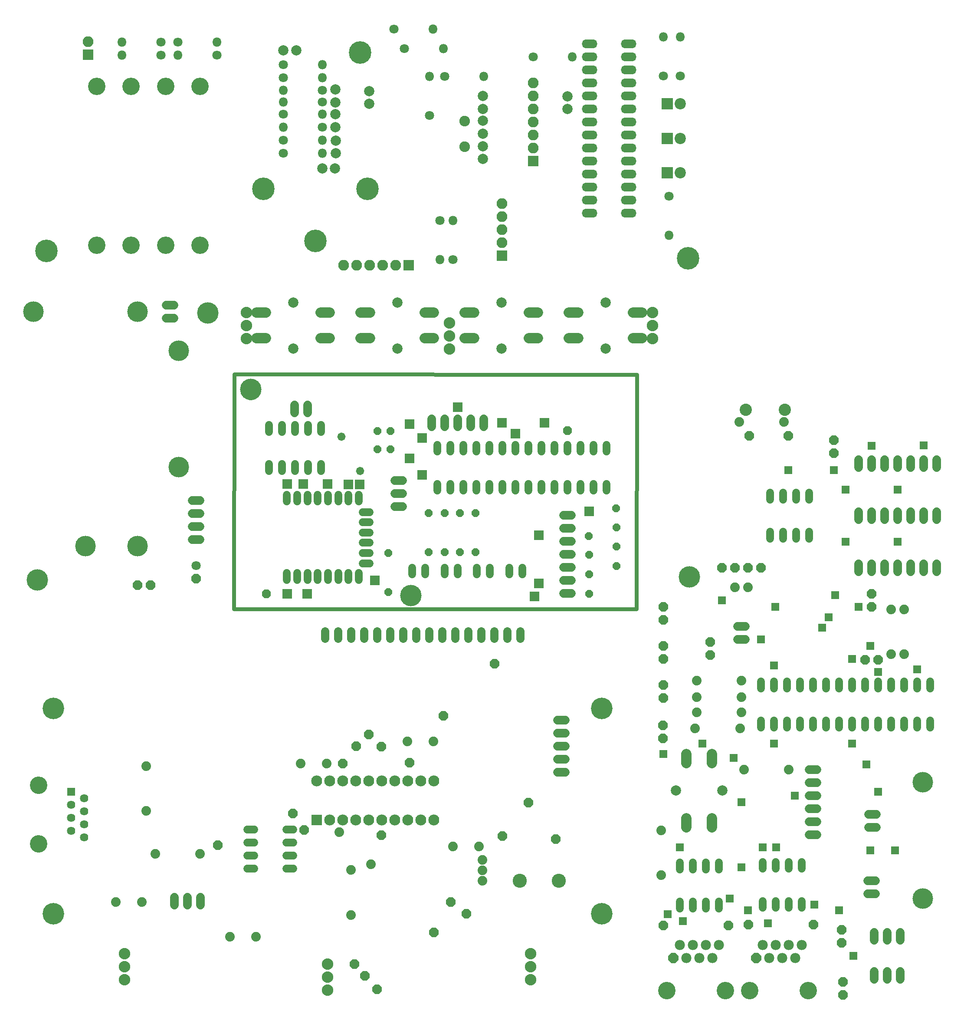
<source format=gts>
%MOIN*%
%OFA0B0*%
%FSLAX46Y46*%
%IPPOS*%
%LPD*%
%AMOC8*
5,1,8,0,0,$1,22.5*%
%AMOC80*
5,1,8,0,0,$1,22.5*%
%AMCOMP1240*
4,1,7,
-0.01532587065323303,0.036999924786210982,
0.01532587065323303,0.036999924786210982,
0.036999924786210982,0.015325870653233032,
0.036999924786210982,-0.015325870653233029,
0.015325870653233034,-0.036999924786210982,
-0.015325870653233025,-0.036999924786210989,
-0.036999924786210975,-0.015325870653233053,
-0.036999924786210982,0.015325870653233039,
0*%
%AMOC81*
5,1,8,0,0,$1,112.5*%
%AMCOMP1310*
4,1,7,
-0.036999924786210982,-0.015325870653233029,
-0.036999924786210982,0.015325870653233032,
-0.01532587065323303,0.036999924786210982,
0.01532587065323303,0.036999924786210982,
0.036999924786210982,0.015325870653233032,
0.036999924786210989,-0.015325870653233029,
0.015325870653233049,-0.036999924786210975,
-0.015325870653233041,-0.036999924786210982,
0*%
%AMCOMP1320*
4,1,7,
-0.038999920720600774,-0.016154296093948327,
-0.038999920720600774,0.016154296093948334,
-0.01615429609394833,0.038999920720600774,
0.01615429609394833,0.038999920720600774,
0.038999920720600774,0.016154296093948334,
0.038999920720600774,-0.016154296093948327,
0.016154296093948351,-0.038999920720600767,
-0.016154296093948344,-0.038999920720600767,
0*%
%AMOC80*
5,1,8,0,0,$1,22.5*%
%AMOC81*
5,1,8,0,0,$1,112.5*%
%AMCOMP1390*
4,1,7,
-0.036999924786210982,-0.015325870653233029,
-0.036999924786210982,0.015325870653233032,
-0.01532587065323303,0.036999924786210982,
0.01532587065323303,0.036999924786210982,
0.036999924786210982,0.015325870653233032,
0.036999924786210989,-0.015325870653233029,
0.015325870653233049,-0.036999924786210975,
-0.015325870653233041,-0.036999924786210982,
0*%
%AMCOMP1400*
4,1,7,
-0.035499927835418645,-0.014704551572696551,
-0.035499927835418645,0.014704551572696557,
-0.014704551572696553,0.035499927835418645,
0.014704551572696553,0.035499927835418645,
0.035499927835418645,0.014704551572696557,
0.035499927835418651,-0.014704551572696551,
0.014704551572696574,-0.035499927835418638,
-0.014704551572696565,-0.035499927835418645,
0*%
%ADD10C,0.0785*%
%ADD11C,0.078869999999999982*%
%ADD12C,0.078999999999999987*%
%ADD13C,0.088*%
%ADD24C,0.16548*%
%ADD25C,0.074*%
%ADD26C,0.06*%
%ADD27C,0.068*%
%ADD28C,0.06737*%
%ADD29C,0.064*%
%ADD30R,0.064X0.064*%
%ADD31C,0.13398*%
%ADD32C,0.088*%
%ADD33R,0.084X0.084*%
%ADD34C,0.084*%
%ADD35C,0.108*%
%ADD36C,0.06343*%
%AMCOMP156*
4,1,7,
-0.01532587065323303,0.036999924786210982,
0.01532587065323303,0.036999924786210982,
0.036999924786210982,0.015325870653233032,
0.036999924786210982,-0.015325870653233029,
0.015325870653233034,-0.036999924786210982,
-0.015325870653233025,-0.036999924786210989,
-0.036999924786210975,-0.015325870653233053,
-0.036999924786210982,0.015325870653233039,
0*%
%ADD37COMP156,0.074*%
%ADD38C,0.16425*%
%AMCOMP157*
4,1,7,
-0.036999924786210982,-0.015325870653233029,
-0.036999924786210982,0.015325870653233032,
-0.01532587065323303,0.036999924786210982,
0.01532587065323303,0.036999924786210982,
0.036999924786210982,0.015325870653233032,
0.036999924786210989,-0.015325870653233029,
0.015325870653233049,-0.036999924786210975,
-0.015325870653233041,-0.036999924786210982,
0*%
%ADD39COMP157,0.074*%
%ADD40C,0.074*%
%ADD41C,0.06*%
%ADD42C,0.0785*%
%ADD43C,0.078869999999999982*%
%ADD44C,0.078999999999999987*%
%ADD45C,0.068*%
%ADD46C,0.078*%
%AMCOMP158*
4,1,7,
-0.038999920720600774,-0.016154296093948327,
-0.038999920720600774,0.016154296093948334,
-0.01615429609394833,0.038999920720600774,
0.01615429609394833,0.038999920720600774,
0.038999920720600774,0.016154296093948334,
0.038999920720600774,-0.016154296093948327,
0.016154296093948351,-0.038999920720600767,
-0.016154296093948344,-0.038999920720600767,
0*%
%ADD47COMP158,0.078*%
%ADD48C,0.13398*%
%ADD49C,0.15799999999999997*%
%ADD50C,0.06737*%
%ADD51C,0.094*%
%ADD52R,0.064X0.064*%
%ADD53C,0.17322834645669294*%
%ADD54C,0.13385826771653545*%
%ADD55C,0.07874015748031496*%
%ADD56R,0.086614173228346469X0.086614173228346469*%
%ADD57C,0.086614173228346469*%
%ADD58R,0.082677165354330714X0.082677165354330714*%
%ADD59O,0.082677165354330714X0.082677165354330714*%
%ADD60C,0.070866141732283464*%
%ADD61O,0.070866141732283464X0.070866141732283464*%
%ADD62O,0.11974803149606299X0.067748031496063*%
%ADD63C,0.081748031496063*%
%ADD64C,0.030000000000000002*%
%ADD65C,0*%
%ADD66C,0.16425*%
%ADD67P,0.064943385826771657X8X292.5*%
%ADD68P,0.064943385826771657X8X202.5*%
%ADD69C,0.060000000000000005*%
%ADD70P,0.064943385826771657X8X247.5*%
%ADD71P,0.064943385826771657X8X112.5*%
%ADD72P,0.064943385826771657X8X22.5*%
%ADD73P,0.064943385826771657X8X141.2*%
%ADD74C,0.067369960629921261*%
%ADD75C,0.067370078740157491*%
%ADD76C,0.068*%
%ADD77P,0.073602519685039378X8X22.5*%
%ADD78R,0.074X0.074*%
%ADD79C,0.16425*%
%AMCOMP159*
4,1,7,
-0.036999924786210982,-0.015325870653233029,
-0.036999924786210982,0.015325870653233032,
-0.01532587065323303,0.036999924786210982,
0.01532587065323303,0.036999924786210982,
0.036999924786210982,0.015325870653233032,
0.036999924786210989,-0.015325870653233029,
0.015325870653233049,-0.036999924786210975,
-0.015325870653233041,-0.036999924786210982,
0*%
%ADD80COMP159,0.074*%
%AMCOMP160*
4,1,7,
-0.035499927835418645,-0.014704551572696551,
-0.035499927835418645,0.014704551572696557,
-0.014704551572696553,0.035499927835418645,
0.014704551572696553,0.035499927835418645,
0.035499927835418645,0.014704551572696557,
0.035499927835418651,-0.014704551572696551,
0.014704551572696574,-0.035499927835418638,
-0.014704551572696565,-0.035499927835418645,
0*%
%ADD81COMP160,0.071*%
%ADD82C,0.071*%
%ADD83C,0.15799999999999997*%
%ADD84C,0.06737*%
G75*
D10*
X0001830950Y0005086620D02*
X0001901450Y0005086620D01*
X0002322950Y0005086620D02*
X0002393450Y0005086620D01*
X0002630930Y0005086620D02*
X0002701430Y0005086620D01*
X0003122930Y0005086620D02*
X0003193430Y0005086620D01*
X0003430900Y0005086620D02*
X0003501400Y0005086620D01*
X0003922900Y0005086620D02*
X0003993400Y0005086620D01*
X0004230950Y0005086620D02*
X0004301450Y0005086620D01*
X0004722950Y0005086620D02*
X0004793450Y0005086620D01*
X0004793450Y0005282620D02*
X0004722950Y0005282620D01*
X0004301450Y0005282620D02*
X0004230950Y0005282620D01*
X0003993400Y0005282620D02*
X0003922900Y0005282620D01*
X0003501400Y0005282620D02*
X0003430900Y0005282620D01*
X0003193430Y0005282620D02*
X0003122930Y0005282620D01*
X0002701430Y0005282620D02*
X0002630930Y0005282620D01*
X0002393450Y0005282620D02*
X0002322950Y0005282620D01*
X0001901450Y0005282620D02*
X0001830950Y0005282620D01*
D11*
X0002112200Y0005007620D03*
X0002912180Y0005007620D03*
X0003712150Y0005007620D03*
X0004512200Y0005007620D03*
D12*
X0004512200Y0005361620D03*
X0003712150Y0005361620D03*
X0002912180Y0005361620D03*
X0002112200Y0005361620D03*
D13*
X0001752420Y0005283000D03*
X0001752420Y0005182999D03*
X0001752420Y0005083000D03*
X0003312420Y0005103900D03*
X0003312420Y0005003900D03*
X0003312420Y0005203900D03*
X0004872430Y0005182709D03*
X0004872430Y0005082710D03*
X0004872430Y0005282709D03*
G04 next file*
G75*
D24*
X-0000157480Y-0000393700D02*
X0000268650Y0000668620D03*
X0000268650Y0002242620D03*
X0004481250Y0002242620D03*
X0004481250Y0000668620D03*
D25*
X0003565440Y0000921620D03*
X0003565440Y0001001620D03*
X0003565440Y0001081620D03*
X0003539440Y0001182620D03*
X0003339440Y0001182620D03*
X0002710360Y0001048700D03*
X0002556440Y0001002119D03*
X0002466760Y0001292290D03*
X0002368440Y0001821620D03*
X0002168440Y0001821620D03*
X0002989440Y0001989620D03*
X0003189440Y0001989620D03*
X0001396940Y0001128620D03*
X0001052440Y0001128620D03*
X0000981440Y0001456120D03*
X0000981440Y0001800620D03*
X0000950440Y0000756620D03*
X0000750440Y0000756620D03*
X0001627440Y0000491620D03*
X0001827440Y0000491620D03*
X0002556440Y0000657620D03*
D26*
X0002111440Y0001014620D02*
X0002059440Y0001014620D01*
X0002059440Y0001114620D02*
X0002111440Y0001114620D01*
X0002111440Y0001214620D02*
X0002059440Y0001214620D01*
X0002059440Y0001314620D02*
X0002111440Y0001314620D01*
X0001811440Y0001314620D02*
X0001759440Y0001314620D01*
X0001759440Y0001214620D02*
X0001811440Y0001214620D01*
X0001811440Y0001114620D02*
X0001759440Y0001114620D01*
X0001759440Y0001014620D02*
X0001811440Y0001014620D01*
D27*
X0001399440Y0000792620D02*
X0001399440Y0000732620D01*
X0001299440Y0000732620D02*
X0001299440Y0000792620D01*
X0001199440Y0000792620D02*
X0001199440Y0000732620D01*
D28*
X0004142750Y0001753620D02*
X0004202120Y0001753620D01*
X0004202120Y0001853620D02*
X0004142750Y0001853620D01*
X0004142750Y0001953620D02*
X0004202120Y0001953620D01*
X0004202120Y0002053620D02*
X0004142750Y0002053620D01*
X0004142750Y0002153620D02*
X0004202120Y0002153620D01*
D29*
X0000505009Y0001554440D03*
X0000405010Y0001504440D03*
X0000405010Y0001404440D03*
X0000505009Y0001454440D03*
X0000505009Y0001354440D03*
X0000405010Y0001304440D03*
X0000505009Y0001254440D03*
D30*
X0000405010Y0001604440D03*
D31*
X0000155010Y0001654440D03*
X0000155010Y0001204440D03*
D32*
X0000817740Y0000160620D03*
X0000817740Y0000260620D03*
X0000817740Y0000360619D03*
X0002377050Y0000281880D03*
X0002377050Y0000181880D03*
X0002377050Y0000081880D03*
X0003936740Y0000160620D03*
X0003936740Y0000260620D03*
X0003936740Y0000360619D03*
D33*
X0002291440Y0001387620D03*
D34*
X0002391440Y0001387620D03*
X0002491440Y0001387620D03*
X0002591440Y0001387620D03*
X0002691440Y0001387620D03*
X0002791440Y0001387620D03*
X0002891440Y0001387620D03*
X0002991440Y0001387620D03*
X0003091440Y0001387620D03*
X0003191440Y0001387620D03*
X0003191440Y0001687620D03*
X0003091440Y0001687620D03*
X0002991440Y0001687620D03*
X0002891440Y0001687620D03*
X0002791440Y0001687620D03*
X0002691440Y0001687620D03*
X0002591440Y0001687620D03*
X0002491440Y0001687620D03*
X0002391440Y0001687620D03*
X0002291440Y0001687620D03*
D35*
X0003851440Y0000920619D03*
X0004151440Y0000920619D03*
D36*
X0003856440Y0002781900D02*
X0003856440Y0002837340D01*
X0003756440Y0002837340D02*
X0003756440Y0002781900D01*
X0003656439Y0002781900D02*
X0003656439Y0002837340D01*
X0003556440Y0002837340D02*
X0003556440Y0002781900D01*
X0003456440Y0002781900D02*
X0003456440Y0002837340D01*
X0003356440Y0002837340D02*
X0003356440Y0002781900D01*
X0003256439Y0002781900D02*
X0003256439Y0002837340D01*
X0003156440Y0002837340D02*
X0003156440Y0002781900D01*
X0003056440Y0002781900D02*
X0003056440Y0002837340D01*
X0002956440Y0002837340D02*
X0002956440Y0002781900D01*
X0002856439Y0002781900D02*
X0002856439Y0002837340D01*
X0002756440Y0002837340D02*
X0002756440Y0002781900D01*
X0002656440Y0002781900D02*
X0002656440Y0002837340D01*
X0002556440Y0002837340D02*
X0002556440Y0002781900D01*
X0002456440Y0002781900D02*
X0002456440Y0002837340D01*
X0002356440Y0002837340D02*
X0002356440Y0002781900D01*
D37*
X0003265440Y0002187620D03*
X0002790440Y0001950620D03*
X0002692440Y0002044620D03*
X0002596440Y0001952620D03*
X0002493440Y0001819620D03*
X0003004440Y0001827620D03*
X0002790440Y0001271620D03*
X0002195440Y0001310620D03*
X0002110440Y0001437620D03*
X0001533440Y0001194620D03*
X0002582440Y0000280620D03*
X0002663440Y0000189619D03*
X0002755440Y0000088620D03*
X0003191440Y0000523620D03*
X0003192440Y0000522620D03*
X0003443440Y0000667620D03*
X0003322440Y0000758620D03*
X0003718440Y0001264620D03*
X0003920440Y0001521620D03*
X0004130440Y0001241620D03*
X0003658440Y0002588619D03*
G04 next file*
G75*
D38*
X0007795270Y-0000236220D02*
X0005155939Y0003254700D03*
D39*
X0004955940Y0003024700D03*
X0004955940Y0002924700D03*
X0004955940Y0002724700D03*
X0004955940Y0002624700D03*
X0004955940Y0002424700D03*
X0004955940Y0002324700D03*
X0004953440Y0002113450D03*
X0004953440Y0002013450D03*
X0005315940Y0002654700D03*
X0005315940Y0002754700D03*
X0005405940Y0003324700D03*
X0005505940Y0003324700D03*
X0005605940Y0003324700D03*
X0005705940Y0003324700D03*
X0005617190Y0004335950D03*
X0005917190Y0004335950D03*
X0006265940Y0004304700D03*
X0006265940Y0004204700D03*
X0006555940Y0003124700D03*
X0006555940Y0003024700D03*
X0006605940Y0002618450D03*
X0006505940Y0002618450D03*
X0006110940Y0000582200D03*
X0006325940Y0000544700D03*
X0006325940Y0000444700D03*
X0006335940Y0000144700D03*
X0006335940Y0000044700D03*
X0005610940Y0000582200D03*
X0005455940Y0000577200D03*
X0004955940Y0000577200D03*
D40*
X0004939690Y0000962700D03*
X0004939690Y0001307200D03*
X0005200190Y0002090949D03*
X0005212190Y0002213450D03*
X0005212190Y0002330950D03*
X0005212190Y0002458450D03*
X0005556690Y0002458450D03*
X0005556690Y0002330950D03*
X0005556690Y0002213450D03*
X0005544690Y0002090949D03*
X0005574760Y0001775140D03*
X0005919260Y0001775140D03*
X0006705940Y0002659700D03*
X0006805940Y0002659700D03*
X0006805940Y0003004200D03*
X0006705940Y0003004200D03*
X0005883440Y0004442200D03*
X0005538940Y0004442200D03*
X0005505940Y0003174700D03*
X0005605940Y0003174700D03*
D41*
X0005775940Y0003548700D02*
X0005775940Y0003600700D01*
X0005875940Y0003600700D02*
X0005875940Y0003548700D01*
X0005975940Y0003548700D02*
X0005975940Y0003600700D01*
X0006075940Y0003600700D02*
X0006075940Y0003548700D01*
X0006075940Y0003848700D02*
X0006075940Y0003900699D01*
X0005975940Y0003900699D02*
X0005975940Y0003848700D01*
X0005875940Y0003848700D02*
X0005875940Y0003900699D01*
X0005775940Y0003900699D02*
X0005775940Y0003848700D01*
X0005805940Y0002450700D02*
X0005805940Y0002398700D01*
X0005705940Y0002398700D02*
X0005705940Y0002450700D01*
X0005705940Y0002150700D02*
X0005705940Y0002098700D01*
X0005805940Y0002098700D02*
X0005805940Y0002150700D01*
X0005905940Y0002150700D02*
X0005905940Y0002098700D01*
X0006005940Y0002098700D02*
X0006005940Y0002150700D01*
X0006105940Y0002150700D02*
X0006105940Y0002098700D01*
X0006205940Y0002098700D02*
X0006205940Y0002150700D01*
X0006305940Y0002150700D02*
X0006305940Y0002098700D01*
X0006405940Y0002098700D02*
X0006405940Y0002150700D01*
X0006505940Y0002150700D02*
X0006505940Y0002098700D01*
X0006605940Y0002098700D02*
X0006605940Y0002150700D01*
X0006705940Y0002150700D02*
X0006705940Y0002098700D01*
X0006805940Y0002098700D02*
X0006805940Y0002150700D01*
X0006905940Y0002150700D02*
X0006905940Y0002098700D01*
X0007005940Y0002098700D02*
X0007005940Y0002150700D01*
X0007005940Y0002398700D02*
X0007005940Y0002450700D01*
X0006905940Y0002450700D02*
X0006905940Y0002398700D01*
X0006805940Y0002398700D02*
X0006805940Y0002450700D01*
X0006705940Y0002450700D02*
X0006705940Y0002398700D01*
X0006605940Y0002398700D02*
X0006605940Y0002450700D01*
X0006505940Y0002450700D02*
X0006505940Y0002398700D01*
X0006405940Y0002398700D02*
X0006405940Y0002450700D01*
X0006305940Y0002450700D02*
X0006305940Y0002398700D01*
X0006205940Y0002398700D02*
X0006205940Y0002450700D01*
X0006105940Y0002450700D02*
X0006105940Y0002398700D01*
X0006005940Y0002398700D02*
X0006005940Y0002450700D01*
X0005905940Y0002450700D02*
X0005905940Y0002398700D01*
X0005919690Y0001064450D02*
X0005919690Y0001012450D01*
X0006019689Y0001012450D02*
X0006019689Y0001064450D01*
X0005819690Y0001064450D02*
X0005819690Y0001012450D01*
X0005719690Y0001012450D02*
X0005719690Y0001064450D01*
X0005719690Y0000764450D02*
X0005719690Y0000712450D01*
X0005819690Y0000712450D02*
X0005819690Y0000764450D01*
X0005919690Y0000764450D02*
X0005919690Y0000712450D01*
X0006019689Y0000712450D02*
X0006019689Y0000764450D01*
X0005382190Y0000759450D02*
X0005382190Y0000707450D01*
X0005282190Y0000707450D02*
X0005282190Y0000759450D01*
X0005182190Y0000759450D02*
X0005182190Y0000707450D01*
X0005082190Y0000707450D02*
X0005082190Y0000759450D01*
X0005082190Y0001007450D02*
X0005082190Y0001059450D01*
X0005182190Y0001059450D02*
X0005182190Y0001007450D01*
X0005282190Y0001007450D02*
X0005282190Y0001059450D01*
X0005382190Y0001059450D02*
X0005382190Y0001007450D01*
D42*
X0005328940Y0001330950D02*
X0005328940Y0001401449D01*
X0005132940Y0001401449D02*
X0005132940Y0001330950D01*
X0005132940Y0001822949D02*
X0005132940Y0001893450D01*
X0005328940Y0001893450D02*
X0005328940Y0001822949D01*
D43*
X0005407940Y0001612200D03*
D44*
X0005053940Y0001612200D03*
D45*
X0005525940Y0002774700D02*
X0005585940Y0002774700D01*
X0005585940Y0002874700D02*
X0005525940Y0002874700D01*
X0006075940Y0001774700D02*
X0006135940Y0001774700D01*
X0006135940Y0001674700D02*
X0006075940Y0001674700D01*
X0006075940Y0001574700D02*
X0006135940Y0001574700D01*
X0006135940Y0001474700D02*
X0006075940Y0001474700D01*
X0006075940Y0001374700D02*
X0006135940Y0001374700D01*
X0006135940Y0001274700D02*
X0006075940Y0001274700D01*
X0006575940Y0000524700D02*
X0006575940Y0000464700D01*
X0006675940Y0000464700D02*
X0006675940Y0000524700D01*
X0006775940Y0000524700D02*
X0006775940Y0000464700D01*
X0006775940Y0000224700D02*
X0006775940Y0000164699D01*
X0006675940Y0000164699D02*
X0006675940Y0000224700D01*
X0006575940Y0000224700D02*
X0006575940Y0000164699D01*
D46*
X0006019620Y0000426270D03*
X0005969620Y0000326270D03*
X0005919620Y0000426270D03*
X0005869620Y0000326270D03*
X0005819620Y0000426270D03*
X0005769620Y0000326270D03*
X0005719620Y0000426270D03*
X0005382120Y0000426270D03*
X0005332120Y0000326270D03*
X0005282120Y0000426270D03*
X0005232120Y0000326270D03*
X0005182120Y0000426270D03*
X0005132120Y0000326270D03*
X0005082120Y0000426270D03*
D47*
X0005032120Y0000326270D03*
X0005669620Y0000326270D03*
D48*
X0005619620Y0000076270D03*
X0005432120Y0000076270D03*
X0004982120Y0000076270D03*
X0006069620Y0000076270D03*
D49*
X0006949840Y0000782310D03*
X0006949840Y0001676010D03*
D50*
X0006591870Y0001429700D02*
X0006532499Y0001429700D01*
X0006532499Y0001329700D02*
X0006591870Y0001329700D01*
X0006586870Y0000919700D02*
X0006527500Y0000919700D01*
X0006527500Y0000819700D02*
X0006586870Y0000819700D01*
X0006555940Y0003295010D02*
X0006555940Y0003354380D01*
X0006655940Y0003354380D02*
X0006655940Y0003295010D01*
X0006755940Y0003295010D02*
X0006755940Y0003354380D01*
X0006855940Y0003354380D02*
X0006855940Y0003295010D01*
X0006955940Y0003295010D02*
X0006955940Y0003354380D01*
X0007055940Y0003354380D02*
X0007055940Y0003295010D01*
X0007055940Y0003695010D02*
X0007055940Y0003754380D01*
X0006955940Y0003754380D02*
X0006955940Y0003695010D01*
X0006855940Y0003695010D02*
X0006855940Y0003754380D01*
X0006755940Y0003754380D02*
X0006755940Y0003695010D01*
X0006655940Y0003695010D02*
X0006655940Y0003754380D01*
X0006555940Y0003754380D02*
X0006555940Y0003695010D01*
X0006455940Y0003695010D02*
X0006455940Y0003754380D01*
X0006455940Y0004095010D02*
X0006455940Y0004154379D01*
X0006555940Y0004154379D02*
X0006555940Y0004095010D01*
X0006655940Y0004095010D02*
X0006655940Y0004154379D01*
X0006755940Y0004154379D02*
X0006755940Y0004095010D01*
X0006855940Y0004095010D02*
X0006855940Y0004154379D01*
X0006955940Y0004154379D02*
X0006955940Y0004095010D01*
X0007055940Y0004095010D02*
X0007055940Y0004154379D01*
X0006455940Y0003354380D02*
X0006455940Y0003295010D01*
D51*
X0005888440Y0004537200D03*
X0005588439Y0004537200D03*
D52*
X0005914690Y0004074700D03*
X0006265940Y0004074700D03*
X0006355940Y0003924699D03*
X0006555940Y0004259700D03*
X0006755940Y0003924699D03*
X0006955940Y0004264700D03*
X0006755940Y0003524700D03*
X0006455940Y0003024700D03*
X0006275940Y0003114700D03*
X0006225940Y0002944700D03*
X0006175939Y0002864700D03*
X0006405940Y0002624700D03*
X0006545940Y0002724700D03*
X0006605940Y0002524700D03*
X0006905940Y0002542200D03*
X0006515939Y0001814700D03*
X0006405940Y0001974700D03*
X0006605940Y0001604700D03*
X0006545940Y0001154700D03*
X0006735940Y0001154700D03*
X0006305940Y0000694700D03*
X0006117190Y0000738450D03*
X0005823440Y0001177200D03*
X0005719690Y0001175950D03*
X0005555940Y0001024700D03*
X0005464690Y0000784700D03*
X0005605940Y0000694700D03*
X0005758440Y0000593450D03*
X0005555940Y0001524700D03*
X0005495939Y0001865200D03*
X0005255939Y0001974700D03*
X0004955940Y0001894700D03*
X0005083440Y0001175950D03*
X0004990940Y0000663450D03*
X0005105940Y0000610950D03*
X0005805940Y0001974700D03*
X0005965940Y0001574700D03*
X0005805940Y0002574700D03*
X0005705940Y0002774700D03*
X0005815940Y0003024700D03*
X0005405940Y0003074700D03*
X0006355940Y0003524700D03*
X0006415940Y0000344699D03*
G04 next file*
G04 #@! TF.GenerationSoftware,KiCad,Pcbnew,(5.0.0)*
G04 #@! TF.CreationDate,2019-03-14T19:33:34-04:00*
G04 #@! TF.ProjectId,Power Sense 3.0,506F7765722053656E736520332E302E,rev?*
G04 #@! TF.SameCoordinates,Original*
G04 #@! TF.FileFunction,Soldermask,Top*
G04 #@! TF.FilePolarity,Negative*
G04 Gerber Fmt 4.6, Leading zero omitted, Abs format (unit mm)*
G04 Created by KiCad (PCBNEW (5.0.0)) date 03/14/19 19:33:34*
G01*
G04 APERTURE LIST*
G04 APERTURE END LIST*
D53*
G04 #@! TO.C,REF\002A\002A*
X-0002480314Y0009606299D02*
X0000214685Y0005756299D03*
G04 #@! TD*
D54*
G04 #@! TO.C,T2*
X0001397185Y0007021299D03*
X0001132185Y0007021299D03*
X0000867185Y0007021299D03*
X0000602185Y0007021299D03*
X0001397185Y0005801299D03*
X0001132185Y0005801299D03*
X0000867185Y0005801299D03*
X0000602185Y0005801299D03*
G04 #@! TD*
D55*
G04 #@! TO.C,C1*
X0002439685Y0006506299D03*
X0002439685Y0006604724D03*
G04 #@! TD*
G04 #@! TO.C,C2*
X0002434685Y0006806299D03*
X0002434685Y0006707874D03*
G04 #@! TD*
G04 #@! TO.C,C3*
X0002434685Y0006897874D03*
X0002434685Y0006996299D03*
G04 #@! TD*
G04 #@! TO.C,C4*
X0002134685Y0007296299D03*
X0002036259Y0007296299D03*
G04 #@! TD*
G04 #@! TO.C,C5*
X0002694685Y0006984724D03*
X0002694685Y0006886299D03*
G04 #@! TD*
G04 #@! TO.C,C6*
X0002334685Y0006391299D03*
X0002433110Y0006391299D03*
G04 #@! TD*
G04 #@! TO.C,C7*
X0003569685Y0006946299D03*
X0003569685Y0006847874D03*
G04 #@! TD*
G04 #@! TO.C,C8*
X0003569685Y0006561299D03*
X0003569685Y0006462873D03*
G04 #@! TD*
G04 #@! TO.C,C9*
X0003569685Y0006756299D03*
X0003569685Y0006657874D03*
G04 #@! TD*
G04 #@! TO.C,C10*
X0004219685Y0006846299D03*
X0004219685Y0006944724D03*
G04 #@! TD*
D56*
G04 #@! TO.C,D1*
X0004984685Y0006356299D03*
D57*
X0005084685Y0006356299D03*
G04 #@! TD*
D56*
G04 #@! TO.C,D2*
X0004984685Y0006886299D03*
D57*
X0005084685Y0006886299D03*
G04 #@! TD*
D56*
G04 #@! TO.C,D3*
X0004984685Y0006621299D03*
D57*
X0005084685Y0006621299D03*
G04 #@! TD*
D58*
G04 #@! TO.C,J1*
X0000537685Y0007263299D03*
D59*
X0000537685Y0007363299D03*
G04 #@! TD*
D58*
G04 #@! TO.C,J2*
X0003714685Y0005721299D03*
D59*
X0003714685Y0005821299D03*
X0003714685Y0005921299D03*
X0003714685Y0006021299D03*
X0003714685Y0006121299D03*
G04 #@! TD*
D60*
G04 #@! TO.C,R2*
X0002034685Y0006506299D03*
D61*
X0002334685Y0006506299D03*
G04 #@! TD*
D60*
G04 #@! TO.C,R3*
X0002334685Y0006706299D03*
D61*
X0002034685Y0006706299D03*
G04 #@! TD*
D60*
G04 #@! TO.C,R6*
X0002034685Y0006606299D03*
D61*
X0002334685Y0006606299D03*
G04 #@! TD*
D60*
G04 #@! TO.C,R7*
X0002034685Y0006806299D03*
D61*
X0002334685Y0006806299D03*
G04 #@! TD*
D60*
G04 #@! TO.C,R8*
X0002034685Y0007086299D03*
D61*
X0002334685Y0007086299D03*
G04 #@! TD*
D60*
G04 #@! TO.C,R9*
X0002034685Y0007186299D03*
D61*
X0002334685Y0007186299D03*
G04 #@! TD*
D60*
G04 #@! TO.C,R10*
X0004999685Y0006176299D03*
D61*
X0004999685Y0005876299D03*
G04 #@! TD*
D60*
G04 #@! TO.C,R11*
X0003239685Y0005991299D03*
D61*
X0003239685Y0005691299D03*
G04 #@! TD*
D60*
G04 #@! TO.C,R13*
X0003339685Y0005691299D03*
D61*
X0003339685Y0005991299D03*
G04 #@! TD*
D60*
G04 #@! TO.C,R14*
X0003274685Y0007096299D03*
D61*
X0003574685Y0007096299D03*
G04 #@! TD*
D60*
G04 #@! TO.C,R17*
X0002884685Y0007461299D03*
D61*
X0003184685Y0007461299D03*
G04 #@! TD*
D60*
G04 #@! TO.C,R18*
X0002964685Y0007311299D03*
D61*
X0003264685Y0007311299D03*
G04 #@! TD*
D60*
G04 #@! TO.C,R19*
X0003954685Y0007246299D03*
D61*
X0004254685Y0007246299D03*
G04 #@! TD*
D60*
G04 #@! TO.C,R21*
X0003159685Y0006796299D03*
D61*
X0003159685Y0007096299D03*
G04 #@! TD*
D60*
G04 #@! TO.C,R22*
X0005084685Y0007101299D03*
D61*
X0005084685Y0007401299D03*
G04 #@! TD*
D60*
G04 #@! TO.C,R23*
X0004954685Y0007101299D03*
D61*
X0004954685Y0007401299D03*
G04 #@! TD*
D53*
G04 #@! TO.C,T1*
X0002282185Y0005834192D03*
X0001882185Y0006233405D03*
X0002682185Y0006233405D03*
G04 #@! TD*
D62*
G04 #@! TO.C,U1*
X0004689685Y0006046299D03*
X0004689685Y0006146299D03*
X0004689685Y0006246299D03*
X0004689685Y0006346299D03*
X0004689685Y0006446299D03*
X0004689685Y0006546299D03*
X0004689685Y0006646299D03*
X0004689685Y0006746299D03*
X0004689685Y0006846299D03*
X0004689685Y0006946299D03*
X0004689685Y0007046299D03*
X0004689685Y0007146299D03*
X0004689685Y0007246299D03*
X0004689685Y0007346299D03*
X0004389685Y0007346299D03*
X0004389685Y0007246299D03*
X0004389685Y0007146299D03*
X0004389685Y0007046299D03*
X0004389685Y0006946299D03*
X0004389685Y0006846299D03*
X0004389685Y0006746299D03*
X0004389685Y0006646299D03*
X0004389685Y0006546299D03*
X0004389685Y0006446299D03*
X0004389685Y0006346299D03*
X0004389685Y0006246299D03*
X0004389685Y0006146299D03*
X0004389685Y0006046299D03*
G04 #@! TD*
D63*
G04 #@! TO.C,Y1*
X0003429685Y0006557874D03*
X0003429685Y0006754724D03*
G04 #@! TD*
D60*
G04 #@! TO.C,R12*
X0002334685Y0006991299D03*
D61*
X0002034685Y0006991299D03*
G04 #@! TD*
D60*
G04 #@! TO.C,R1*
X0001524685Y0007261299D03*
D61*
X0001224685Y0007261299D03*
G04 #@! TD*
D60*
G04 #@! TO.C,R4*
X0001224685Y0007361299D03*
D61*
X0001524685Y0007361299D03*
G04 #@! TD*
G04 #@! TO.C,R5*
X0002034685Y0006901299D03*
D60*
X0002334685Y0006901299D03*
G04 #@! TD*
D59*
G04 #@! TO.C,J4*
X0002499685Y0005646299D03*
X0002599685Y0005646299D03*
X0002699685Y0005646299D03*
X0002799685Y0005646299D03*
X0002899685Y0005646299D03*
D58*
X0002999685Y0005646299D03*
G04 #@! TD*
D60*
G04 #@! TO.C,R20*
X0001094685Y0007261299D03*
D61*
X0000794685Y0007261299D03*
G04 #@! TD*
G04 #@! TO.C,R24*
X0000794685Y0007361299D03*
D60*
X0001094685Y0007361299D03*
G04 #@! TD*
D58*
G04 #@! TO.C,J3*
X0003954685Y0006446299D03*
D59*
X0003954685Y0006546299D03*
X0003954685Y0006646299D03*
X0003954685Y0006746299D03*
X0003954685Y0006846299D03*
X0003954685Y0006946299D03*
X0003954685Y0007046299D03*
G04 #@! TD*
D53*
G04 #@! TO.C,REF\002A\002A*
X0005144685Y0005701299D03*
G04 #@! TD*
G04 #@! TO.C,REF\002A\002A*
X0002624685Y0007281299D03*
G04 #@! TD*
G04 next file*
G04 EAGLE Gerber RS-274X export*
G75*
G01*
D64*
X0001657543Y0003007377D02*
X0004750043Y0003007377D01*
X0004752582Y0004808456D01*
X0001660082Y0004810996D01*
X0001657543Y0003007377D01*
D65*
X0001707496Y0004692657D02*
X0001707519Y0004694574D01*
X0001707590Y0004696492D01*
X0001707708Y0004698405D01*
X0001707874Y0004700314D01*
X0001708082Y0004702220D01*
X0001708342Y0004704122D01*
X0001708645Y0004706015D01*
X0001708996Y0004707897D01*
X0001709393Y0004709775D01*
X0001709838Y0004711641D01*
X0001710326Y0004713496D01*
X0001710854Y0004715334D01*
X0001711440Y0004717165D01*
X0001712062Y0004718976D01*
X0001712732Y0004720775D01*
X0001713444Y0004722555D01*
X0001714196Y0004724318D01*
X0001714992Y0004726059D01*
X0001715838Y0004727783D01*
X0001716720Y0004729484D01*
X0001717645Y0004731165D01*
X0001718610Y0004732822D01*
X0001719618Y0004734452D01*
X0001720661Y0004736062D01*
X0001721748Y0004737641D01*
X0001722870Y0004739196D01*
X0001724031Y0004740724D01*
X0001725228Y0004742220D01*
X0001726464Y0004743688D01*
X0001727736Y0004745122D01*
X0001729039Y0004746527D01*
X0001730377Y0004747901D01*
X0001731751Y0004749240D01*
X0001733157Y0004750543D01*
X0001734590Y0004751814D01*
X0001736059Y0004753051D01*
X0001737551Y0004754248D01*
X0001739082Y0004755409D01*
X0001740637Y0004756531D01*
X0001742216Y0004757618D01*
X0001743826Y0004758661D01*
X0001745456Y0004759669D01*
X0001747114Y0004760633D01*
X0001748795Y0004761559D01*
X0001750496Y0004762440D01*
X0001752220Y0004763283D01*
X0001753960Y0004764082D01*
X0001755724Y0004764834D01*
X0001757503Y0004765547D01*
X0001759303Y0004766216D01*
X0001761114Y0004766838D01*
X0001762940Y0004767421D01*
X0001764783Y0004767952D01*
X0001766637Y0004768440D01*
X0001768503Y0004768885D01*
X0001770381Y0004769283D01*
X0001772263Y0004769633D01*
X0001774157Y0004769937D01*
X0001776059Y0004770196D01*
X0001777964Y0004770405D01*
X0001779870Y0004770570D01*
X0001781783Y0004770688D01*
X0001783704Y0004770759D01*
X0001785622Y0004770783D01*
X0001787539Y0004770759D01*
X0001789456Y0004770688D01*
X0001791370Y0004770570D01*
X0001793279Y0004770405D01*
X0001795185Y0004770196D01*
X0001797086Y0004769937D01*
X0001798980Y0004769633D01*
X0001800862Y0004769283D01*
X0001802740Y0004768885D01*
X0001804606Y0004768440D01*
X0001806460Y0004767952D01*
X0001808299Y0004767421D01*
X0001810129Y0004766838D01*
X0001811940Y0004766216D01*
X0001813740Y0004765547D01*
X0001815515Y0004764834D01*
X0001817283Y0004764082D01*
X0001819023Y0004763283D01*
X0001820748Y0004762440D01*
X0001822448Y0004761559D01*
X0001824129Y0004760633D01*
X0001825787Y0004759669D01*
X0001827417Y0004758661D01*
X0001829027Y0004757618D01*
X0001830606Y0004756531D01*
X0001832161Y0004755409D01*
X0001833688Y0004754248D01*
X0001835185Y0004753051D01*
X0001836649Y0004751814D01*
X0001838082Y0004750543D01*
X0001839492Y0004749240D01*
X0001840866Y0004747901D01*
X0001842204Y0004746527D01*
X0001843507Y0004745122D01*
X0001844779Y0004743688D01*
X0001846015Y0004742220D01*
X0001847212Y0004740724D01*
X0001848374Y0004739196D01*
X0001849492Y0004737641D01*
X0001850582Y0004736062D01*
X0001851625Y0004734452D01*
X0001852633Y0004732822D01*
X0001853598Y0004731165D01*
X0001854523Y0004729484D01*
X0001855405Y0004727783D01*
X0001856248Y0004726059D01*
X0001857043Y0004724318D01*
X0001857799Y0004722555D01*
X0001858511Y0004720775D01*
X0001859181Y0004718976D01*
X0001859803Y0004717165D01*
X0001860385Y0004715334D01*
X0001860917Y0004713496D01*
X0001861405Y0004711641D01*
X0001861846Y0004709775D01*
X0001862248Y0004707897D01*
X0001862598Y0004706015D01*
X0001862901Y0004704122D01*
X0001863161Y0004702220D01*
X0001863370Y0004700314D01*
X0001863531Y0004698405D01*
X0001863649Y0004696492D01*
X0001863724Y0004694574D01*
X0001863748Y0004692657D01*
X0001863724Y0004690740D01*
X0001863649Y0004688822D01*
X0001863531Y0004686909D01*
X0001863370Y0004685000D01*
X0001863161Y0004683094D01*
X0001862901Y0004681192D01*
X0001862598Y0004679299D01*
X0001862248Y0004677417D01*
X0001861846Y0004675539D01*
X0001861405Y0004673673D01*
X0001860917Y0004671818D01*
X0001860385Y0004669980D01*
X0001859803Y0004668149D01*
X0001859181Y0004666338D01*
X0001858511Y0004664539D01*
X0001857799Y0004662759D01*
X0001857043Y0004660996D01*
X0001856248Y0004659255D01*
X0001855405Y0004657531D01*
X0001854523Y0004655830D01*
X0001853598Y0004654149D01*
X0001852633Y0004652492D01*
X0001851625Y0004650862D01*
X0001850582Y0004649251D01*
X0001849492Y0004647673D01*
X0001848374Y0004646118D01*
X0001847212Y0004644590D01*
X0001846015Y0004643094D01*
X0001844779Y0004641625D01*
X0001843507Y0004640192D01*
X0001842204Y0004638787D01*
X0001840866Y0004637413D01*
X0001839492Y0004636074D01*
X0001838082Y0004634771D01*
X0001836649Y0004633500D01*
X0001835185Y0004632263D01*
X0001833688Y0004631066D01*
X0001832161Y0004629905D01*
X0001830606Y0004628783D01*
X0001829027Y0004627696D01*
X0001827417Y0004626653D01*
X0001825787Y0004625645D01*
X0001824129Y0004624681D01*
X0001822448Y0004623755D01*
X0001820748Y0004622874D01*
X0001819023Y0004622031D01*
X0001817283Y0004621232D01*
X0001815515Y0004620480D01*
X0001813740Y0004619767D01*
X0001811940Y0004619098D01*
X0001810129Y0004618476D01*
X0001808299Y0004617893D01*
X0001806460Y0004617362D01*
X0001804606Y0004616874D01*
X0001802740Y0004616429D01*
X0001800862Y0004616031D01*
X0001798980Y0004615681D01*
X0001797086Y0004615377D01*
X0001795185Y0004615118D01*
X0001793279Y0004614909D01*
X0001791370Y0004614744D01*
X0001789456Y0004614625D01*
X0001787539Y0004614555D01*
X0001785622Y0004614531D01*
X0001783704Y0004614555D01*
X0001781783Y0004614625D01*
X0001779870Y0004614744D01*
X0001777964Y0004614909D01*
X0001776059Y0004615118D01*
X0001774157Y0004615377D01*
X0001772263Y0004615681D01*
X0001770381Y0004616031D01*
X0001768503Y0004616429D01*
X0001766637Y0004616874D01*
X0001764783Y0004617362D01*
X0001762940Y0004617893D01*
X0001761114Y0004618476D01*
X0001759303Y0004619098D01*
X0001757503Y0004619767D01*
X0001755724Y0004620480D01*
X0001753960Y0004621232D01*
X0001752220Y0004622031D01*
X0001750496Y0004622874D01*
X0001748795Y0004623755D01*
X0001747114Y0004624681D01*
X0001745456Y0004625645D01*
X0001743826Y0004626653D01*
X0001742216Y0004627696D01*
X0001740637Y0004628783D01*
X0001739082Y0004629905D01*
X0001737551Y0004631066D01*
X0001736059Y0004632263D01*
X0001734590Y0004633500D01*
X0001733157Y0004634771D01*
X0001731751Y0004636074D01*
X0001730377Y0004637413D01*
X0001729039Y0004638787D01*
X0001727736Y0004640192D01*
X0001726464Y0004641625D01*
X0001725228Y0004643094D01*
X0001724031Y0004644590D01*
X0001722870Y0004646118D01*
X0001721748Y0004647673D01*
X0001720661Y0004649251D01*
X0001719618Y0004650862D01*
X0001718610Y0004652492D01*
X0001717645Y0004654149D01*
X0001716720Y0004655830D01*
X0001715838Y0004657531D01*
X0001714992Y0004659255D01*
X0001714196Y0004660996D01*
X0001713444Y0004662759D01*
X0001712732Y0004664539D01*
X0001712062Y0004666338D01*
X0001711440Y0004668149D01*
X0001710854Y0004669980D01*
X0001710326Y0004671818D01*
X0001709838Y0004673673D01*
X0001709393Y0004675539D01*
X0001708996Y0004677417D01*
X0001708645Y0004679299D01*
X0001708342Y0004681192D01*
X0001708082Y0004683094D01*
X0001707874Y0004685000D01*
X0001707708Y0004686909D01*
X0001707590Y0004688822D01*
X0001707519Y0004690740D01*
X0001707496Y0004692657D01*
D66*
X0001785622Y0004692657D03*
D65*
X0002936858Y0003110236D02*
X0002936881Y0003112153D01*
X0002936952Y0003114066D01*
X0002937066Y0003115984D01*
X0002937236Y0003117893D01*
X0002937440Y0003119795D01*
X0002937704Y0003121700D01*
X0002938007Y0003123594D01*
X0002938358Y0003125476D01*
X0002938751Y0003127354D01*
X0002939200Y0003129220D01*
X0002939688Y0003131074D01*
X0002940220Y0003132909D01*
X0002940803Y0003134744D01*
X0002941425Y0003136555D01*
X0002942090Y0003138354D01*
X0002942807Y0003140133D01*
X0002943559Y0003141897D01*
X0002944358Y0003143637D01*
X0002945200Y0003145362D01*
X0002946082Y0003147062D01*
X0002947007Y0003148744D01*
X0002947972Y0003150401D01*
X0002948980Y0003152031D01*
X0002950023Y0003153637D01*
X0002951110Y0003155220D01*
X0002952232Y0003156771D01*
X0002953393Y0003158303D01*
X0002954590Y0003159799D01*
X0002955826Y0003161267D01*
X0002957098Y0003162700D01*
X0002958401Y0003164106D01*
X0002959740Y0003165480D01*
X0002961114Y0003166818D01*
X0002962515Y0003168122D01*
X0002963952Y0003169393D01*
X0002965417Y0003170625D01*
X0002966917Y0003171826D01*
X0002968444Y0003172988D01*
X0002970000Y0003174110D01*
X0002971578Y0003175196D01*
X0002973188Y0003176240D01*
X0002974818Y0003177248D01*
X0002976472Y0003178212D01*
X0002978157Y0003179137D01*
X0002979858Y0003180019D01*
X0002981582Y0003180862D01*
X0002983322Y0003181661D01*
X0002985086Y0003182413D01*
X0002986866Y0003183125D01*
X0002988665Y0003183795D01*
X0002990476Y0003184413D01*
X0002992307Y0003185000D01*
X0002994145Y0003185531D01*
X0002996000Y0003186019D01*
X0002997866Y0003186464D01*
X0002999744Y0003186862D01*
X0003001625Y0003187212D01*
X0003003519Y0003187515D01*
X0003005421Y0003187775D01*
X0003007326Y0003187984D01*
X0003009236Y0003188149D01*
X0003011149Y0003188267D01*
X0003013066Y0003188338D01*
X0003014984Y0003188358D01*
X0003016901Y0003188338D01*
X0003018818Y0003188267D01*
X0003020728Y0003188149D01*
X0003022641Y0003187984D01*
X0003024547Y0003187775D01*
X0003026448Y0003187515D01*
X0003028342Y0003187212D01*
X0003030224Y0003186862D01*
X0003032102Y0003186464D01*
X0003033968Y0003186019D01*
X0003035822Y0003185531D01*
X0003037661Y0003185000D01*
X0003039492Y0003184413D01*
X0003041303Y0003183795D01*
X0003043102Y0003183125D01*
X0003044881Y0003182413D01*
X0003046645Y0003181661D01*
X0003048385Y0003180862D01*
X0003050110Y0003180019D01*
X0003051807Y0003179137D01*
X0003053492Y0003178212D01*
X0003055145Y0003177248D01*
X0003056779Y0003176240D01*
X0003058389Y0003175196D01*
X0003059964Y0003174110D01*
X0003061523Y0003172988D01*
X0003063051Y0003171826D01*
X0003064547Y0003170625D01*
X0003066015Y0003169393D01*
X0003067448Y0003168122D01*
X0003068854Y0003166818D01*
X0003070228Y0003165480D01*
X0003071562Y0003164106D01*
X0003072870Y0003162700D01*
X0003074141Y0003161267D01*
X0003075377Y0003159799D01*
X0003076574Y0003158303D01*
X0003077736Y0003156771D01*
X0003078858Y0003155220D01*
X0003079944Y0003153637D01*
X0003080988Y0003152031D01*
X0003081996Y0003150401D01*
X0003082960Y0003148744D01*
X0003083885Y0003147062D01*
X0003084767Y0003145362D01*
X0003085610Y0003143637D01*
X0003086409Y0003141897D01*
X0003087161Y0003140133D01*
X0003087874Y0003138354D01*
X0003088543Y0003136555D01*
X0003089165Y0003134744D01*
X0003089748Y0003132909D01*
X0003090279Y0003131074D01*
X0003090767Y0003129220D01*
X0003091212Y0003127354D01*
X0003091610Y0003125476D01*
X0003091960Y0003123594D01*
X0003092263Y0003121700D01*
X0003092523Y0003119795D01*
X0003092728Y0003117893D01*
X0003092897Y0003115984D01*
X0003093015Y0003114066D01*
X0003093086Y0003112153D01*
X0003093110Y0003110236D01*
X0003093086Y0003108318D01*
X0003093015Y0003106401D01*
X0003092897Y0003104488D01*
X0003092728Y0003102578D01*
X0003092523Y0003100673D01*
X0003092263Y0003098771D01*
X0003091960Y0003096874D01*
X0003091610Y0003094996D01*
X0003091212Y0003093118D01*
X0003090767Y0003091248D01*
X0003090279Y0003089393D01*
X0003089748Y0003087559D01*
X0003089165Y0003085728D01*
X0003088543Y0003083917D01*
X0003087874Y0003082118D01*
X0003087161Y0003080338D01*
X0003086409Y0003078570D01*
X0003085610Y0003076834D01*
X0003084767Y0003075110D01*
X0003083885Y0003073409D01*
X0003082960Y0003071728D01*
X0003081996Y0003070070D01*
X0003080988Y0003068440D01*
X0003079944Y0003066830D01*
X0003078858Y0003065251D01*
X0003077736Y0003063696D01*
X0003076574Y0003062169D01*
X0003075377Y0003060673D01*
X0003074141Y0003059204D01*
X0003072870Y0003057771D01*
X0003071562Y0003056366D01*
X0003070228Y0003054992D01*
X0003068854Y0003053653D01*
X0003067448Y0003052346D01*
X0003066015Y0003051078D01*
X0003064547Y0003049842D01*
X0003063051Y0003048641D01*
X0003061523Y0003047484D01*
X0003059964Y0003046362D01*
X0003058389Y0003045275D01*
X0003056779Y0003044232D01*
X0003055145Y0003043224D01*
X0003053492Y0003042259D01*
X0003051807Y0003041334D01*
X0003050110Y0003040448D01*
X0003048385Y0003039606D01*
X0003046645Y0003038811D01*
X0003044881Y0003038055D01*
X0003043102Y0003037346D01*
X0003041303Y0003036673D01*
X0003039492Y0003036055D01*
X0003037661Y0003035472D01*
X0003035822Y0003034940D01*
X0003033968Y0003034448D01*
X0003032102Y0003034007D01*
X0003030224Y0003033606D01*
X0003028342Y0003033259D01*
X0003026448Y0003032956D01*
X0003024547Y0003032696D01*
X0003022641Y0003032488D01*
X0003020728Y0003032322D01*
X0003018818Y0003032204D01*
X0003016901Y0003032133D01*
X0003014984Y0003032110D01*
X0003013066Y0003032133D01*
X0003011149Y0003032204D01*
X0003009236Y0003032322D01*
X0003007326Y0003032488D01*
X0003005421Y0003032696D01*
X0003003519Y0003032956D01*
X0003001625Y0003033259D01*
X0002999744Y0003033606D01*
X0002997866Y0003034007D01*
X0002996000Y0003034448D01*
X0002994145Y0003034940D01*
X0002992307Y0003035472D01*
X0002990476Y0003036055D01*
X0002988665Y0003036673D01*
X0002986866Y0003037346D01*
X0002985086Y0003038055D01*
X0002983322Y0003038811D01*
X0002981582Y0003039606D01*
X0002979858Y0003040448D01*
X0002978157Y0003041334D01*
X0002976472Y0003042259D01*
X0002974818Y0003043224D01*
X0002973188Y0003044232D01*
X0002971578Y0003045275D01*
X0002970000Y0003046362D01*
X0002968444Y0003047484D01*
X0002966917Y0003048641D01*
X0002965417Y0003049842D01*
X0002963952Y0003051078D01*
X0002962515Y0003052346D01*
X0002961114Y0003053653D01*
X0002959740Y0003054992D01*
X0002958401Y0003056366D01*
X0002957098Y0003057771D01*
X0002955826Y0003059204D01*
X0002954590Y0003060673D01*
X0002953393Y0003062169D01*
X0002952232Y0003063696D01*
X0002951110Y0003065251D01*
X0002950023Y0003066830D01*
X0002948980Y0003068440D01*
X0002947972Y0003070070D01*
X0002947007Y0003071728D01*
X0002946082Y0003073409D01*
X0002945200Y0003075110D01*
X0002944358Y0003076834D01*
X0002943559Y0003078570D01*
X0002942807Y0003080338D01*
X0002942090Y0003082118D01*
X0002941425Y0003083917D01*
X0002940803Y0003085728D01*
X0002940220Y0003087559D01*
X0002939688Y0003089393D01*
X0002939200Y0003091248D01*
X0002938751Y0003093118D01*
X0002938358Y0003094996D01*
X0002938007Y0003096874D01*
X0002937704Y0003098771D01*
X0002937440Y0003100673D01*
X0002937236Y0003102578D01*
X0002937066Y0003104488D01*
X0002936952Y0003106401D01*
X0002936881Y0003108318D01*
X0002936858Y0003110236D01*
D66*
X0003014984Y0003110236D03*
D67*
X0003275814Y0003742578D03*
X0003275814Y0003442578D03*
D68*
X0002860425Y0004372429D03*
X0002760425Y0004372429D03*
D69*
X0003024874Y0003324964D02*
X0003024874Y0003272964D01*
X0003124874Y0003272964D02*
X0003124874Y0003324964D01*
X0003522901Y0003324964D02*
X0003522901Y0003272964D01*
X0003622905Y0003272964D02*
X0003622905Y0003324964D01*
X0003772905Y0003324964D02*
X0003772905Y0003272964D01*
X0003872905Y0003272964D02*
X0003872905Y0003324964D01*
X0003274874Y0003324964D02*
X0003274874Y0003272964D01*
X0003374874Y0003272964D02*
X0003374874Y0003324964D01*
D67*
X0003394307Y0003743326D03*
X0003394307Y0003443326D03*
D69*
X0004519125Y0004216606D02*
X0004519125Y0004268606D01*
X0004419125Y0004268606D02*
X0004419125Y0004216606D01*
X0003919125Y0004216606D02*
X0003919125Y0004268606D01*
X0003819122Y0004268606D02*
X0003819122Y0004216606D01*
X0004319125Y0004216606D02*
X0004319125Y0004268606D01*
X0004219125Y0004268606D02*
X0004219125Y0004216606D01*
X0004019125Y0004216606D02*
X0004019125Y0004268606D01*
X0004119125Y0004268606D02*
X0004119125Y0004216606D01*
X0003719125Y0004216606D02*
X0003719125Y0004268606D01*
X0003619125Y0004268606D02*
X0003619125Y0004216606D01*
X0003519125Y0004216606D02*
X0003519125Y0004268606D01*
X0003419125Y0004268606D02*
X0003419125Y0004216606D01*
X0003319125Y0004216606D02*
X0003319125Y0004268606D01*
X0003219125Y0004268606D02*
X0003219125Y0004216606D01*
X0003219125Y0003968606D02*
X0003219125Y0003916602D01*
X0003319125Y0003916602D02*
X0003319125Y0003968606D01*
X0003419125Y0003968606D02*
X0003419125Y0003916602D01*
X0003519125Y0003916602D02*
X0003519125Y0003968606D01*
X0003619125Y0003968606D02*
X0003619125Y0003916602D01*
X0003719125Y0003916602D02*
X0003719125Y0003968606D01*
X0003819122Y0003968606D02*
X0003819122Y0003916602D01*
X0003919125Y0003916602D02*
X0003919125Y0003968606D01*
X0004019125Y0003968606D02*
X0004019125Y0003916602D01*
X0004119125Y0003916602D02*
X0004119125Y0003968606D01*
X0004219125Y0003968606D02*
X0004219125Y0003916602D01*
X0004319125Y0003916602D02*
X0004319125Y0003968606D01*
X0004419125Y0003968606D02*
X0004419125Y0003916602D01*
X0004519125Y0003916602D02*
X0004519125Y0003968606D01*
D70*
X0004593492Y0003780515D03*
X0004381358Y0003568381D03*
D71*
X0003152814Y0003443405D03*
X0003152814Y0003743405D03*
D69*
X0002615531Y0003833346D02*
X0002615531Y0003885350D01*
X0002536791Y0003885350D02*
X0002536791Y0003833346D01*
X0002458051Y0003833346D02*
X0002458051Y0003885350D01*
X0002379311Y0003885350D02*
X0002379311Y0003833346D01*
X0002300570Y0003833346D02*
X0002300570Y0003885350D01*
X0002221830Y0003885350D02*
X0002221830Y0003833346D01*
X0002143090Y0003833346D02*
X0002143090Y0003885350D01*
X0002064350Y0003885350D02*
X0002064350Y0003833346D01*
X0002615531Y0003282165D02*
X0002615531Y0003230169D01*
X0002536791Y0003230169D02*
X0002536791Y0003282165D01*
X0002458051Y0003282165D02*
X0002458051Y0003230169D01*
X0002379311Y0003230169D02*
X0002379311Y0003282165D01*
X0002300570Y0003282165D02*
X0002300570Y0003230169D01*
X0002221830Y0003230169D02*
X0002221830Y0003282165D01*
X0002143090Y0003282165D02*
X0002143090Y0003230169D01*
X0002064350Y0003230169D02*
X0002064350Y0003282165D01*
X0002647220Y0003752051D02*
X0002699224Y0003752051D01*
X0002699224Y0003673311D02*
X0002647220Y0003673311D01*
X0002647220Y0003594570D02*
X0002699224Y0003594570D01*
X0002699224Y0003515830D02*
X0002647220Y0003515830D01*
X0002647220Y0003437090D02*
X0002699224Y0003437090D01*
X0002699224Y0003358350D02*
X0002647220Y0003358350D01*
D67*
X0003512224Y0003743248D03*
X0003512224Y0003443248D03*
D72*
X0002759023Y0004233921D03*
X0002859023Y0004233921D03*
D69*
X0001924488Y0004120570D02*
X0001924488Y0004068570D01*
X0002024484Y0004068570D02*
X0002024484Y0004120570D01*
X0002224488Y0004368570D02*
X0002224488Y0004420570D01*
X0002124488Y0004420570D02*
X0002124488Y0004368570D01*
X0002124488Y0004120570D02*
X0002124488Y0004068570D01*
X0002224488Y0004068570D02*
X0002224488Y0004120570D01*
X0002324488Y0004368570D02*
X0002324488Y0004420570D01*
X0002324488Y0004120570D02*
X0002324488Y0004068570D01*
X0002024484Y0004368570D02*
X0002024484Y0004420570D01*
X0001924488Y0004420570D02*
X0001924488Y0004368570D01*
D73*
X0002625263Y0004068338D03*
X0002481196Y0004331480D03*
D71*
X0002842811Y0003137826D03*
X0002842811Y0003437826D03*
D74*
X0002893137Y0003792417D02*
X0002952503Y0003792417D01*
D75*
X0002952503Y0003892417D02*
X0002893137Y0003892417D01*
X0002893137Y0003992417D02*
X0002952503Y0003992417D01*
D76*
X0003175661Y0004408657D02*
X0003175661Y0004468657D01*
X0003275657Y0004468657D02*
X0003275657Y0004408657D01*
X0003375661Y0004408657D02*
X0003375661Y0004468657D01*
X0003475661Y0004468657D02*
X0003475661Y0004408657D01*
X0003575661Y0004408657D02*
X0003575661Y0004468657D01*
D70*
X0004596787Y0003485543D03*
X0004384657Y0003273413D03*
X0004596791Y0003335685D03*
X0004384657Y0003123551D03*
X0004596791Y0003635405D03*
X0004384657Y0003423271D03*
D77*
X0001905003Y0003122937D03*
D76*
X0004188944Y0003127736D02*
X0004248944Y0003127736D01*
X0004248944Y0003227736D02*
X0004188944Y0003227736D01*
X0004188944Y0003327736D02*
X0004248944Y0003327736D01*
X0004248944Y0003427736D02*
X0004188944Y0003427736D01*
X0004188944Y0003527736D02*
X0004248944Y0003527736D01*
X0004248944Y0003627732D02*
X0004188944Y0003627732D01*
X0004188944Y0003727736D02*
X0004248944Y0003727736D01*
D77*
X0004218944Y0004377696D03*
D76*
X0002124244Y0004512799D02*
X0002124244Y0004572799D01*
X0002224244Y0004572799D02*
X0002224244Y0004512799D01*
D78*
X0002623822Y0003963677D03*
X0003375661Y0004558039D03*
X0003964944Y0003102618D03*
X0003820161Y0004354838D03*
X0004386582Y0003757937D03*
X0004000500Y0003204216D03*
X0004000500Y0003575059D03*
X0003716023Y0004438657D03*
X0004041141Y0004436118D03*
X0003101342Y0004037338D03*
X0003101342Y0004321818D03*
X0002740657Y0003227078D03*
X0002537464Y0003963677D03*
X0002377444Y0003966216D03*
X0002065023Y0003966216D03*
X0002189484Y0003966216D03*
X0003004818Y0004425956D03*
X0003004818Y0004164338D03*
X0002219964Y0003122937D03*
X0002065023Y0003122937D03*
G04 next file*
G75*
D79*
X0001574800Y0003031490D02*
X0000144780Y0003231540D03*
X0001454900Y0005280300D03*
D80*
X0001014799Y0003191490D03*
X0000914800Y0003191490D03*
D81*
X0001364800Y0003241489D03*
D82*
X0001364800Y0003341490D03*
D83*
X0000914800Y0003491490D03*
X0000514800Y0003491490D03*
X0001233700Y0004096610D03*
X0001233700Y0004990310D03*
X0000914800Y0005291490D03*
X0000114800Y0005291490D03*
D84*
X0001135110Y0005241490D02*
X0001194490Y0005241490D01*
X0001194490Y0005341490D02*
X0001135110Y0005341490D01*
X0001335110Y0003841490D02*
X0001394490Y0003841490D01*
X0001394490Y0003741490D02*
X0001335110Y0003741490D01*
X0001335110Y0003641489D02*
X0001394490Y0003641489D01*
X0001394490Y0003541490D02*
X0001335110Y0003541490D01*
M02*
</source>
